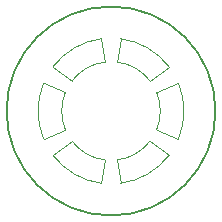
<source format=gbr>
%TF.GenerationSoftware,KiCad,Pcbnew,(6.0.1)*%
%TF.CreationDate,2022-09-09T11:21:21-04:00*%
%TF.ProjectId,SHV_Feedthrough_PulserPCB,5348565f-4665-4656-9474-68726f756768,rev?*%
%TF.SameCoordinates,Original*%
%TF.FileFunction,Profile,NP*%
%FSLAX46Y46*%
G04 Gerber Fmt 4.6, Leading zero omitted, Abs format (unit mm)*
G04 Created by KiCad (PCBNEW (6.0.1)) date 2022-09-09 11:21:21*
%MOMM*%
%LPD*%
G01*
G04 APERTURE LIST*
%TA.AperFunction,Profile*%
%ADD10C,0.200000*%
%TD*%
%TA.AperFunction,Profile*%
%ADD11C,0.120000*%
%TD*%
G04 APERTURE END LIST*
D10*
X162850000Y-76000000D02*
G75*
G03*
X162850000Y-76000000I-8850000J0D01*
G01*
D11*
%TO.C,C1*%
X157858117Y-74401910D02*
X159705877Y-73636550D01*
X157858117Y-77598090D02*
X159705877Y-78363450D01*
X159705877Y-78363450D02*
G75*
G03*
X159705877Y-73636550I-5705879J2363450D01*
G01*
X157858117Y-77598090D02*
G75*
G03*
X157858117Y-74401910I-3858129J1598090D01*
G01*
%TO.C,C6*%
X157313047Y-78542185D02*
X158899748Y-79759712D01*
X154545073Y-80140275D02*
X154806132Y-82123162D01*
X154806132Y-82123162D02*
G75*
G03*
X158899748Y-79759712I-806131J6123161D01*
G01*
X154545073Y-80140276D02*
G75*
G03*
X157313047Y-78542185I-545078J4140284D01*
G01*
%TO.C,C5*%
X153454927Y-80140275D02*
X153193868Y-82123162D01*
X150686953Y-78542185D02*
X149100252Y-79759712D01*
X149100252Y-79759712D02*
G75*
G03*
X153193868Y-82123162I4899747J3759711D01*
G01*
X150686954Y-78542184D02*
G75*
G03*
X153454927Y-80140275I3313051J2542192D01*
G01*
%TO.C,C2*%
X154545070Y-71859725D02*
X154806129Y-69876838D01*
X157313044Y-73457815D02*
X158899745Y-72240288D01*
X158899745Y-72240288D02*
G75*
G03*
X154806129Y-69876838I-4899747J-3759711D01*
G01*
X157313043Y-73457816D02*
G75*
G03*
X154545070Y-71859725I-3313051J-2542192D01*
G01*
%TO.C,C3*%
X150686953Y-73457815D02*
X149100252Y-72240288D01*
X153454927Y-71859725D02*
X153193868Y-69876838D01*
X153193868Y-69876838D02*
G75*
G03*
X149100252Y-72240288I806132J-6123161D01*
G01*
X153454927Y-71859725D02*
G75*
G03*
X150686953Y-73457815I545077J-4140283D01*
G01*
%TO.C,C4*%
X150141880Y-77598090D02*
X148294120Y-78363450D01*
X150141880Y-74401910D02*
X148294120Y-73636550D01*
X148294120Y-73636550D02*
G75*
G03*
X148294120Y-78363450I5705879J-2363450D01*
G01*
X150141880Y-74401910D02*
G75*
G03*
X150141880Y-77598090I3858129J-1598090D01*
G01*
%TD*%
M02*

</source>
